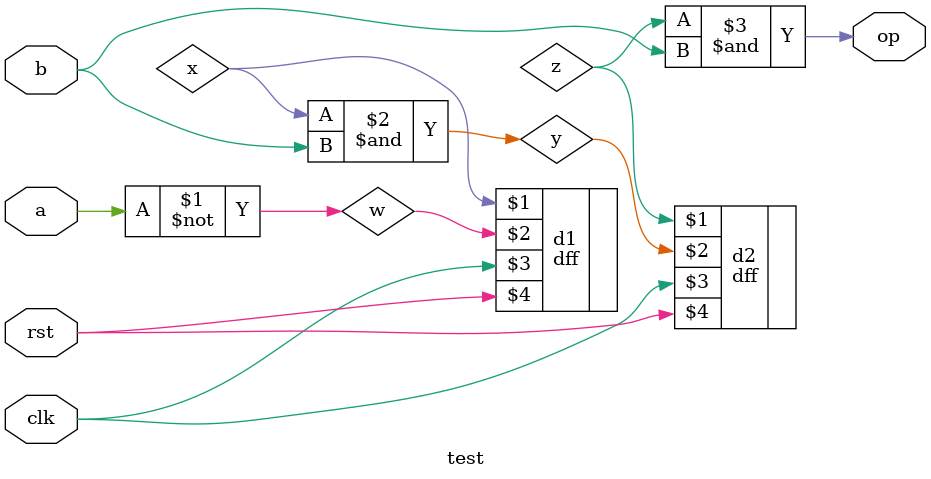
<source format=v>



module test(input a,b,clk,rst,output op);

wire w,x,y,z;

assign w=~a;
dff d1(x,w,clk,rst);
assign y=x&b;
dff d2(z,y,clk,rst);
assign op=z&b;



endmodule

</source>
